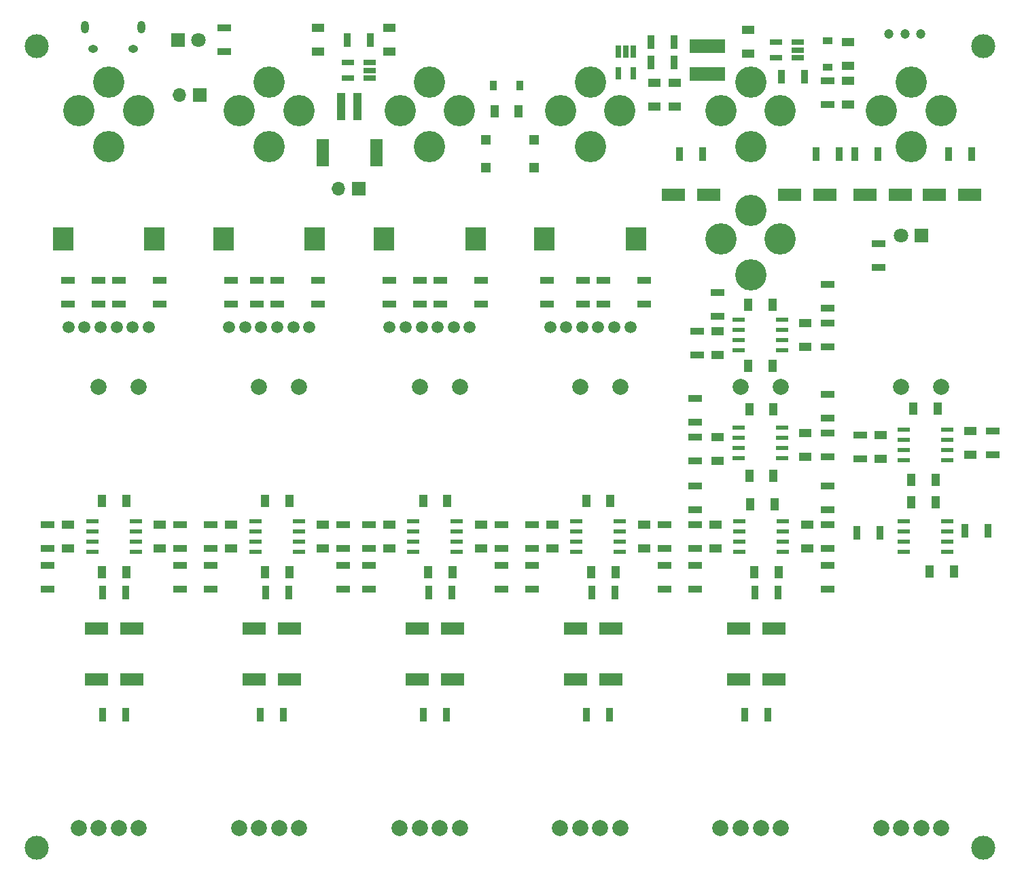
<source format=gbs>
G04 #@! TF.FileFunction,Soldermask,Bot*
%FSLAX46Y46*%
G04 Gerber Fmt 4.6, Leading zero omitted, Abs format (unit mm)*
G04 Created by KiCad (PCBNEW 4.0.6) date Fri Jul 14 20:21:39 2017*
%MOMM*%
%LPD*%
G01*
G04 APERTURE LIST*
%ADD10C,0.100000*%
%ADD11R,1.600000X1.000000*%
%ADD12C,3.900000*%
%ADD13R,0.900000X1.700000*%
%ADD14C,3.000000*%
%ADD15R,1.560000X0.650000*%
%ADD16R,3.000000X1.600000*%
%ADD17R,1.550000X0.600000*%
%ADD18R,1.000000X1.600000*%
%ADD19R,1.700000X0.900000*%
%ADD20R,2.600000X3.000000*%
%ADD21C,1.500000*%
%ADD22R,0.650000X1.560000*%
%ADD23R,1.800000X1.800000*%
%ADD24C,1.800000*%
%ADD25R,1.200000X0.900000*%
%ADD26R,0.900000X1.200000*%
%ADD27R,4.500000X1.750000*%
%ADD28R,1.700000X1.700000*%
%ADD29O,1.700000X1.700000*%
%ADD30R,1.300000X1.200000*%
%ADD31O,1.250000X0.950000*%
%ADD32O,1.000000X1.550000*%
%ADD33R,1.000000X3.500000*%
%ADD34R,1.500000X3.400000*%
%ADD35C,2.000000*%
%ADD36C,1.200000*%
G04 APERTURE END LIST*
D10*
D11*
X106664000Y-92938000D03*
X106664000Y-89938000D03*
D12*
X103300000Y-116000000D03*
X107000000Y-112500000D03*
X107000000Y-120500000D03*
X110700000Y-116000000D03*
D13*
X94546000Y-91438000D03*
X97446000Y-91438000D03*
D14*
X18000000Y-92000000D03*
D15*
X59500000Y-94044000D03*
X59500000Y-94994000D03*
X59500000Y-95944000D03*
X56800000Y-95944000D03*
X56800000Y-94044000D03*
D16*
X105480000Y-164590000D03*
X109880000Y-164590000D03*
D17*
X131462000Y-139825000D03*
X131462000Y-141095000D03*
X131462000Y-142365000D03*
X131462000Y-143635000D03*
X126062000Y-143635000D03*
X126062000Y-142365000D03*
X126062000Y-141095000D03*
X126062000Y-139825000D03*
D11*
X102854000Y-130530000D03*
X102854000Y-127530000D03*
D17*
X30370000Y-151255000D03*
X30370000Y-152525000D03*
X30370000Y-153795000D03*
X30370000Y-155065000D03*
X24970000Y-155065000D03*
X24970000Y-153795000D03*
X24970000Y-152525000D03*
X24970000Y-151255000D03*
D11*
X113776000Y-143230000D03*
X113776000Y-140230000D03*
X102854000Y-143738000D03*
X102854000Y-140738000D03*
D18*
X109815000Y-145540000D03*
X106815000Y-145540000D03*
X106815000Y-137285000D03*
X109815000Y-137285000D03*
D11*
X113776000Y-129514000D03*
X113776000Y-126514000D03*
X134350000Y-139976000D03*
X134350000Y-142976000D03*
X123174000Y-143484000D03*
X123174000Y-140484000D03*
D18*
X130008000Y-146048000D03*
X127008000Y-146048000D03*
X127262000Y-137158000D03*
X130262000Y-137158000D03*
X129294000Y-157478000D03*
X132294000Y-157478000D03*
X127008000Y-148842000D03*
X130008000Y-148842000D03*
D11*
X33385000Y-151660000D03*
X33385000Y-154660000D03*
X21955000Y-151660000D03*
X21955000Y-154660000D03*
X53705000Y-151660000D03*
X53705000Y-154660000D03*
X42275000Y-151660000D03*
X42275000Y-154660000D03*
D18*
X29170000Y-157605000D03*
X26170000Y-157605000D03*
X49490000Y-157605000D03*
X46490000Y-157605000D03*
X26170000Y-148715000D03*
X29170000Y-148715000D03*
X46490000Y-148715000D03*
X49490000Y-148715000D03*
D16*
X65475000Y-164590000D03*
X69875000Y-164590000D03*
X69875000Y-170940000D03*
X65475000Y-170940000D03*
D18*
X69810000Y-157605000D03*
X66810000Y-157605000D03*
X66175000Y-148715000D03*
X69175000Y-148715000D03*
D11*
X93710000Y-151660000D03*
X93710000Y-154660000D03*
X82280000Y-151660000D03*
X82280000Y-154660000D03*
D18*
X90130000Y-157605000D03*
X87130000Y-157605000D03*
X86495000Y-148715000D03*
X89495000Y-148715000D03*
D11*
X114030000Y-151660000D03*
X114030000Y-154660000D03*
X102600000Y-151660000D03*
X102600000Y-154660000D03*
D18*
X110450000Y-157605000D03*
X107450000Y-157605000D03*
X106942000Y-149096000D03*
X109942000Y-149096000D03*
D19*
X116570000Y-140280000D03*
X116570000Y-143180000D03*
X100060000Y-140788000D03*
X100060000Y-143688000D03*
X116570000Y-135454000D03*
X116570000Y-138354000D03*
X100060000Y-135962000D03*
X100060000Y-138862000D03*
X116570000Y-126564000D03*
X116570000Y-129464000D03*
X100314000Y-127580000D03*
X100314000Y-130480000D03*
X116570000Y-121738000D03*
X116570000Y-124638000D03*
X102854000Y-122754000D03*
X102854000Y-125654000D03*
X137144000Y-140026000D03*
X137144000Y-142926000D03*
X120634000Y-140534000D03*
X120634000Y-143434000D03*
D13*
X118020000Y-105408000D03*
X115120000Y-105408000D03*
X101002000Y-105408000D03*
X98102000Y-105408000D03*
X136562000Y-152398000D03*
X133662000Y-152398000D03*
X120200000Y-152652000D03*
X123100000Y-152652000D03*
X134530000Y-105408000D03*
X131630000Y-105408000D03*
X119946000Y-105408000D03*
X122846000Y-105408000D03*
D19*
X35925000Y-156790000D03*
X35925000Y-159690000D03*
X19415000Y-156790000D03*
X19415000Y-159690000D03*
X56245000Y-156790000D03*
X56245000Y-159690000D03*
X39735000Y-156790000D03*
X39735000Y-159690000D03*
D13*
X26220000Y-160145000D03*
X29120000Y-160145000D03*
X29120000Y-175385000D03*
X26220000Y-175385000D03*
X46540000Y-160145000D03*
X49440000Y-160145000D03*
X48805000Y-175385000D03*
X45905000Y-175385000D03*
D19*
X35925000Y-151710000D03*
X35925000Y-154610000D03*
X19415000Y-151710000D03*
X19415000Y-154610000D03*
X56245000Y-151710000D03*
X56245000Y-154610000D03*
X39735000Y-151710000D03*
X39735000Y-154610000D03*
X75930000Y-156790000D03*
X75930000Y-159690000D03*
X59420000Y-156790000D03*
X59420000Y-159690000D03*
D13*
X66860000Y-160145000D03*
X69760000Y-160145000D03*
X69125000Y-175385000D03*
X66225000Y-175385000D03*
D19*
X75930000Y-151710000D03*
X75930000Y-154610000D03*
X59420000Y-151710000D03*
X59420000Y-154610000D03*
X21955000Y-124130000D03*
X21955000Y-121230000D03*
X33385000Y-124130000D03*
X33385000Y-121230000D03*
X28305000Y-124130000D03*
X28305000Y-121230000D03*
X25765000Y-124130000D03*
X25765000Y-121230000D03*
X42275000Y-124130000D03*
X42275000Y-121230000D03*
X53070000Y-124130000D03*
X53070000Y-121230000D03*
X47990000Y-124130000D03*
X47990000Y-121230000D03*
X45450000Y-124130000D03*
X45450000Y-121230000D03*
X61960000Y-124130000D03*
X61960000Y-121230000D03*
X73390000Y-124130000D03*
X73390000Y-121230000D03*
X68310000Y-124130000D03*
X68310000Y-121230000D03*
X65770000Y-124130000D03*
X65770000Y-121230000D03*
X81645000Y-124130000D03*
X81645000Y-121230000D03*
X93710000Y-124130000D03*
X93710000Y-121230000D03*
X88630000Y-124130000D03*
X88630000Y-121230000D03*
X86090000Y-124130000D03*
X86090000Y-121230000D03*
X116570000Y-149784000D03*
X116570000Y-146884000D03*
X100060000Y-149784000D03*
X100060000Y-146884000D03*
X96250000Y-156790000D03*
X96250000Y-159690000D03*
X79740000Y-156790000D03*
X79740000Y-159690000D03*
D13*
X87180000Y-160145000D03*
X90080000Y-160145000D03*
X89445000Y-175385000D03*
X86545000Y-175385000D03*
D19*
X96250000Y-151710000D03*
X96250000Y-154610000D03*
X79740000Y-151710000D03*
X79740000Y-154610000D03*
X116570000Y-156790000D03*
X116570000Y-159690000D03*
X100060000Y-156790000D03*
X100060000Y-159690000D03*
D13*
X107500000Y-160145000D03*
X110400000Y-160145000D03*
X109130000Y-175385000D03*
X106230000Y-175385000D03*
D19*
X116570000Y-151710000D03*
X116570000Y-154610000D03*
X100060000Y-151710000D03*
X100060000Y-154610000D03*
D17*
X110888000Y-139571000D03*
X110888000Y-140841000D03*
X110888000Y-142111000D03*
X110888000Y-143381000D03*
X105488000Y-143381000D03*
X105488000Y-142111000D03*
X105488000Y-140841000D03*
X105488000Y-139571000D03*
X110888000Y-126109000D03*
X110888000Y-127379000D03*
X110888000Y-128649000D03*
X110888000Y-129919000D03*
X105488000Y-129919000D03*
X105488000Y-128649000D03*
X105488000Y-127379000D03*
X105488000Y-126109000D03*
X131462000Y-151255000D03*
X131462000Y-152525000D03*
X131462000Y-153795000D03*
X131462000Y-155065000D03*
X126062000Y-155065000D03*
X126062000Y-153795000D03*
X126062000Y-152525000D03*
X126062000Y-151255000D03*
X50690000Y-151255000D03*
X50690000Y-152525000D03*
X50690000Y-153795000D03*
X50690000Y-155065000D03*
X45290000Y-155065000D03*
X45290000Y-153795000D03*
X45290000Y-152525000D03*
X45290000Y-151255000D03*
X70375000Y-151255000D03*
X70375000Y-152525000D03*
X70375000Y-153795000D03*
X70375000Y-155065000D03*
X64975000Y-155065000D03*
X64975000Y-153795000D03*
X64975000Y-152525000D03*
X64975000Y-151255000D03*
X90695000Y-151255000D03*
X90695000Y-152525000D03*
X90695000Y-153795000D03*
X90695000Y-155065000D03*
X85295000Y-155065000D03*
X85295000Y-153795000D03*
X85295000Y-152525000D03*
X85295000Y-151255000D03*
X111015000Y-151255000D03*
X111015000Y-152525000D03*
X111015000Y-153795000D03*
X111015000Y-155065000D03*
X105615000Y-155065000D03*
X105615000Y-153795000D03*
X105615000Y-152525000D03*
X105615000Y-151255000D03*
D16*
X116230000Y-110488000D03*
X111830000Y-110488000D03*
X101752000Y-110488000D03*
X97352000Y-110488000D03*
X134264000Y-110488000D03*
X129864000Y-110488000D03*
X125628000Y-110488000D03*
X121228000Y-110488000D03*
X25470000Y-164590000D03*
X29870000Y-164590000D03*
X29870000Y-170940000D03*
X25470000Y-170940000D03*
X45155000Y-164590000D03*
X49555000Y-164590000D03*
X49555000Y-170940000D03*
X45155000Y-170940000D03*
D11*
X73390000Y-151660000D03*
X73390000Y-154660000D03*
X61960000Y-151660000D03*
X61960000Y-154660000D03*
D16*
X85160000Y-164590000D03*
X89560000Y-164590000D03*
X89560000Y-170940000D03*
X85160000Y-170940000D03*
X109880000Y-170940000D03*
X105480000Y-170940000D03*
D18*
X109688000Y-131824000D03*
X106688000Y-131824000D03*
X106688000Y-124204000D03*
X109688000Y-124204000D03*
D11*
X94980000Y-96542000D03*
X94980000Y-99542000D03*
X119110000Y-96288000D03*
X119110000Y-99288000D03*
X119110000Y-94462000D03*
X119110000Y-91462000D03*
X97520000Y-96542000D03*
X97520000Y-99542000D03*
D18*
X75065000Y-100074000D03*
X78065000Y-100074000D03*
D19*
X41386000Y-89734000D03*
X41386000Y-92634000D03*
D13*
X56700000Y-91184000D03*
X59600000Y-91184000D03*
D19*
X116570000Y-96338000D03*
X116570000Y-99238000D03*
D13*
X113702000Y-95756000D03*
X110802000Y-95756000D03*
X97446000Y-93978000D03*
X94546000Y-93978000D03*
D12*
X123300000Y-100000000D03*
X127000000Y-96500000D03*
X127000000Y-104500000D03*
X130700000Y-100000000D03*
X23300000Y-100000000D03*
X27000000Y-96500000D03*
X27000000Y-104500000D03*
X30700000Y-100000000D03*
X43300000Y-100000000D03*
X47000000Y-96500000D03*
X47000000Y-104500000D03*
X50700000Y-100000000D03*
X63300000Y-100000000D03*
X67000000Y-96500000D03*
X67000000Y-104500000D03*
X70700000Y-100000000D03*
X83300000Y-100000000D03*
X87000000Y-96500000D03*
X87000000Y-104500000D03*
X90700000Y-100000000D03*
X103300000Y-100000000D03*
X107000000Y-96500000D03*
X107000000Y-104500000D03*
X110700000Y-100000000D03*
D20*
X52700000Y-116000000D03*
D21*
X42000000Y-127000000D03*
X44000000Y-127000000D03*
X46000000Y-127000000D03*
X48000000Y-127000000D03*
X50000000Y-127000000D03*
X52000000Y-127000000D03*
D20*
X41300000Y-116000000D03*
X32700000Y-116000000D03*
D21*
X22000000Y-127000000D03*
X24000000Y-127000000D03*
X26000000Y-127000000D03*
X28000000Y-127000000D03*
X30000000Y-127000000D03*
X32000000Y-127000000D03*
D20*
X21300000Y-116000000D03*
X72700000Y-116000000D03*
D21*
X62000000Y-127000000D03*
X64000000Y-127000000D03*
X66000000Y-127000000D03*
X68000000Y-127000000D03*
X70000000Y-127000000D03*
X72000000Y-127000000D03*
D20*
X61300000Y-116000000D03*
X92700000Y-116000000D03*
D21*
X82000000Y-127000000D03*
X84000000Y-127000000D03*
X86000000Y-127000000D03*
X88000000Y-127000000D03*
X90000000Y-127000000D03*
X92000000Y-127000000D03*
D20*
X81300000Y-116000000D03*
D15*
X112840000Y-91504000D03*
X112840000Y-92454000D03*
X112840000Y-93404000D03*
X110140000Y-93404000D03*
X110140000Y-91504000D03*
D22*
X90474000Y-92628000D03*
X91424000Y-92628000D03*
X92374000Y-92628000D03*
X92374000Y-95328000D03*
X90474000Y-95328000D03*
D11*
X53070000Y-92684000D03*
X53070000Y-89684000D03*
X61960000Y-92684000D03*
X61960000Y-89684000D03*
D23*
X35671000Y-91184000D03*
D24*
X38211000Y-91184000D03*
D25*
X116570000Y-94612000D03*
X116570000Y-91312000D03*
D26*
X78215000Y-96899000D03*
X74915000Y-96899000D03*
D27*
X101584000Y-91974000D03*
X101584000Y-95474000D03*
D28*
X38320000Y-98034000D03*
D29*
X35780000Y-98034000D03*
D28*
X58150000Y-109726000D03*
D29*
X55610000Y-109726000D03*
D30*
X80001880Y-107140220D03*
X80001880Y-103640220D03*
X74001880Y-103640220D03*
X74001880Y-107140220D03*
D23*
X128254000Y-115568000D03*
D24*
X125714000Y-115568000D03*
D19*
X122920000Y-119558000D03*
X122920000Y-116658000D03*
D14*
X18000000Y-192000000D03*
X136000000Y-192000000D03*
X136000000Y-92000000D03*
D31*
X30043000Y-92280000D03*
X25043000Y-92280000D03*
D32*
X31043000Y-89580000D03*
X24043000Y-89580000D03*
D33*
X58007000Y-99510400D03*
X56007000Y-99510400D03*
D34*
X60357000Y-105260400D03*
X53657000Y-105260400D03*
D35*
X125750000Y-189500000D03*
X123250000Y-189500000D03*
X125750000Y-134500000D03*
X128250000Y-189500000D03*
X130750000Y-189500000D03*
X130750000Y-134500000D03*
X85750000Y-189500000D03*
X83250000Y-189500000D03*
X85750000Y-134500000D03*
X88250000Y-189500000D03*
X90750000Y-189500000D03*
X90750000Y-134500000D03*
X105750000Y-189500000D03*
X103250000Y-189500000D03*
X105750000Y-134500000D03*
X108250000Y-189500000D03*
X110750000Y-189500000D03*
X110750000Y-134500000D03*
X65750000Y-189500000D03*
X63250000Y-189500000D03*
X65750000Y-134500000D03*
X68250000Y-189500000D03*
X70750000Y-189500000D03*
X70750000Y-134500000D03*
X45750000Y-189500000D03*
X43250000Y-189500000D03*
X45750000Y-134500000D03*
X48250000Y-189500000D03*
X50750000Y-189500000D03*
X50750000Y-134500000D03*
X25750000Y-189500000D03*
X23250000Y-189500000D03*
X25750000Y-134500000D03*
X28250000Y-189500000D03*
X30750000Y-189500000D03*
X30750000Y-134500000D03*
D36*
X128222000Y-90422000D03*
X126222000Y-90422000D03*
X124222000Y-90422000D03*
M02*

</source>
